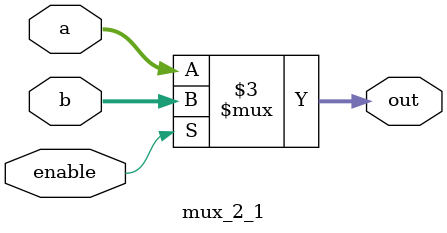
<source format=v>
module mux_2_1(output reg[31:0] out, input enable, input wire[31:0] a, b);

	always@(*)
	begin
		if (enable)
			out <= b;
		else
			out <= a;
	end

endmodule
</source>
